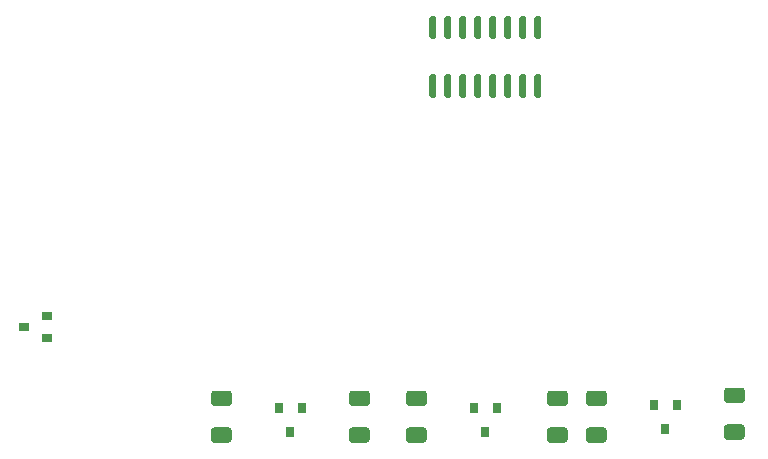
<source format=gbr>
G04 #@! TF.GenerationSoftware,KiCad,Pcbnew,5.1.8*
G04 #@! TF.CreationDate,2021-01-05T23:40:21+00:00*
G04 #@! TF.ProjectId,TheSun2,54686553-756e-4322-9e6b-696361645f70,1.0.8*
G04 #@! TF.SameCoordinates,Original*
G04 #@! TF.FileFunction,Paste,Top*
G04 #@! TF.FilePolarity,Positive*
%FSLAX46Y46*%
G04 Gerber Fmt 4.6, Leading zero omitted, Abs format (unit mm)*
G04 Created by KiCad (PCBNEW 5.1.8) date 2021-01-05 23:40:21*
%MOMM*%
%LPD*%
G01*
G04 APERTURE LIST*
%ADD10R,0.800000X0.900000*%
%ADD11R,0.900000X0.800000*%
G04 APERTURE END LIST*
D10*
X199930000Y-75454000D03*
X198980000Y-73454000D03*
X200880000Y-73454000D03*
G36*
G01*
X193463000Y-75100000D02*
X194713000Y-75100000D01*
G75*
G02*
X194963000Y-75350000I0J-250000D01*
G01*
X194963000Y-76150000D01*
G75*
G02*
X194713000Y-76400000I-250000J0D01*
G01*
X193463000Y-76400000D01*
G75*
G02*
X193213000Y-76150000I0J250000D01*
G01*
X193213000Y-75350000D01*
G75*
G02*
X193463000Y-75100000I250000J0D01*
G01*
G37*
G36*
G01*
X193463000Y-72000000D02*
X194713000Y-72000000D01*
G75*
G02*
X194963000Y-72250000I0J-250000D01*
G01*
X194963000Y-73050000D01*
G75*
G02*
X194713000Y-73300000I-250000J0D01*
G01*
X193463000Y-73300000D01*
G75*
G02*
X193213000Y-73050000I0J250000D01*
G01*
X193213000Y-72250000D01*
G75*
G02*
X193463000Y-72000000I250000J0D01*
G01*
G37*
G36*
G01*
X206397000Y-73300000D02*
X205147000Y-73300000D01*
G75*
G02*
X204897000Y-73050000I0J250000D01*
G01*
X204897000Y-72250000D01*
G75*
G02*
X205147000Y-72000000I250000J0D01*
G01*
X206397000Y-72000000D01*
G75*
G02*
X206647000Y-72250000I0J-250000D01*
G01*
X206647000Y-73050000D01*
G75*
G02*
X206397000Y-73300000I-250000J0D01*
G01*
G37*
G36*
G01*
X206397000Y-76400000D02*
X205147000Y-76400000D01*
G75*
G02*
X204897000Y-76150000I0J250000D01*
G01*
X204897000Y-75350000D01*
G75*
G02*
X205147000Y-75100000I250000J0D01*
G01*
X206397000Y-75100000D01*
G75*
G02*
X206647000Y-75350000I0J-250000D01*
G01*
X206647000Y-76150000D01*
G75*
G02*
X206397000Y-76400000I-250000J0D01*
G01*
G37*
G36*
G01*
X220735000Y-45220000D02*
X221035000Y-45220000D01*
G75*
G02*
X221185000Y-45370000I0J-150000D01*
G01*
X221185000Y-47020000D01*
G75*
G02*
X221035000Y-47170000I-150000J0D01*
G01*
X220735000Y-47170000D01*
G75*
G02*
X220585000Y-47020000I0J150000D01*
G01*
X220585000Y-45370000D01*
G75*
G02*
X220735000Y-45220000I150000J0D01*
G01*
G37*
G36*
G01*
X219465000Y-45220000D02*
X219765000Y-45220000D01*
G75*
G02*
X219915000Y-45370000I0J-150000D01*
G01*
X219915000Y-47020000D01*
G75*
G02*
X219765000Y-47170000I-150000J0D01*
G01*
X219465000Y-47170000D01*
G75*
G02*
X219315000Y-47020000I0J150000D01*
G01*
X219315000Y-45370000D01*
G75*
G02*
X219465000Y-45220000I150000J0D01*
G01*
G37*
G36*
G01*
X218195000Y-45220000D02*
X218495000Y-45220000D01*
G75*
G02*
X218645000Y-45370000I0J-150000D01*
G01*
X218645000Y-47020000D01*
G75*
G02*
X218495000Y-47170000I-150000J0D01*
G01*
X218195000Y-47170000D01*
G75*
G02*
X218045000Y-47020000I0J150000D01*
G01*
X218045000Y-45370000D01*
G75*
G02*
X218195000Y-45220000I150000J0D01*
G01*
G37*
G36*
G01*
X216925000Y-45220000D02*
X217225000Y-45220000D01*
G75*
G02*
X217375000Y-45370000I0J-150000D01*
G01*
X217375000Y-47020000D01*
G75*
G02*
X217225000Y-47170000I-150000J0D01*
G01*
X216925000Y-47170000D01*
G75*
G02*
X216775000Y-47020000I0J150000D01*
G01*
X216775000Y-45370000D01*
G75*
G02*
X216925000Y-45220000I150000J0D01*
G01*
G37*
G36*
G01*
X215655000Y-45220000D02*
X215955000Y-45220000D01*
G75*
G02*
X216105000Y-45370000I0J-150000D01*
G01*
X216105000Y-47020000D01*
G75*
G02*
X215955000Y-47170000I-150000J0D01*
G01*
X215655000Y-47170000D01*
G75*
G02*
X215505000Y-47020000I0J150000D01*
G01*
X215505000Y-45370000D01*
G75*
G02*
X215655000Y-45220000I150000J0D01*
G01*
G37*
G36*
G01*
X214385000Y-45220000D02*
X214685000Y-45220000D01*
G75*
G02*
X214835000Y-45370000I0J-150000D01*
G01*
X214835000Y-47020000D01*
G75*
G02*
X214685000Y-47170000I-150000J0D01*
G01*
X214385000Y-47170000D01*
G75*
G02*
X214235000Y-47020000I0J150000D01*
G01*
X214235000Y-45370000D01*
G75*
G02*
X214385000Y-45220000I150000J0D01*
G01*
G37*
G36*
G01*
X213115000Y-45220000D02*
X213415000Y-45220000D01*
G75*
G02*
X213565000Y-45370000I0J-150000D01*
G01*
X213565000Y-47020000D01*
G75*
G02*
X213415000Y-47170000I-150000J0D01*
G01*
X213115000Y-47170000D01*
G75*
G02*
X212965000Y-47020000I0J150000D01*
G01*
X212965000Y-45370000D01*
G75*
G02*
X213115000Y-45220000I150000J0D01*
G01*
G37*
G36*
G01*
X211845000Y-45220000D02*
X212145000Y-45220000D01*
G75*
G02*
X212295000Y-45370000I0J-150000D01*
G01*
X212295000Y-47020000D01*
G75*
G02*
X212145000Y-47170000I-150000J0D01*
G01*
X211845000Y-47170000D01*
G75*
G02*
X211695000Y-47020000I0J150000D01*
G01*
X211695000Y-45370000D01*
G75*
G02*
X211845000Y-45220000I150000J0D01*
G01*
G37*
G36*
G01*
X211845000Y-40270000D02*
X212145000Y-40270000D01*
G75*
G02*
X212295000Y-40420000I0J-150000D01*
G01*
X212295000Y-42070000D01*
G75*
G02*
X212145000Y-42220000I-150000J0D01*
G01*
X211845000Y-42220000D01*
G75*
G02*
X211695000Y-42070000I0J150000D01*
G01*
X211695000Y-40420000D01*
G75*
G02*
X211845000Y-40270000I150000J0D01*
G01*
G37*
G36*
G01*
X213115000Y-40270000D02*
X213415000Y-40270000D01*
G75*
G02*
X213565000Y-40420000I0J-150000D01*
G01*
X213565000Y-42070000D01*
G75*
G02*
X213415000Y-42220000I-150000J0D01*
G01*
X213115000Y-42220000D01*
G75*
G02*
X212965000Y-42070000I0J150000D01*
G01*
X212965000Y-40420000D01*
G75*
G02*
X213115000Y-40270000I150000J0D01*
G01*
G37*
G36*
G01*
X214385000Y-40270000D02*
X214685000Y-40270000D01*
G75*
G02*
X214835000Y-40420000I0J-150000D01*
G01*
X214835000Y-42070000D01*
G75*
G02*
X214685000Y-42220000I-150000J0D01*
G01*
X214385000Y-42220000D01*
G75*
G02*
X214235000Y-42070000I0J150000D01*
G01*
X214235000Y-40420000D01*
G75*
G02*
X214385000Y-40270000I150000J0D01*
G01*
G37*
G36*
G01*
X215655000Y-40270000D02*
X215955000Y-40270000D01*
G75*
G02*
X216105000Y-40420000I0J-150000D01*
G01*
X216105000Y-42070000D01*
G75*
G02*
X215955000Y-42220000I-150000J0D01*
G01*
X215655000Y-42220000D01*
G75*
G02*
X215505000Y-42070000I0J150000D01*
G01*
X215505000Y-40420000D01*
G75*
G02*
X215655000Y-40270000I150000J0D01*
G01*
G37*
G36*
G01*
X216925000Y-40270000D02*
X217225000Y-40270000D01*
G75*
G02*
X217375000Y-40420000I0J-150000D01*
G01*
X217375000Y-42070000D01*
G75*
G02*
X217225000Y-42220000I-150000J0D01*
G01*
X216925000Y-42220000D01*
G75*
G02*
X216775000Y-42070000I0J150000D01*
G01*
X216775000Y-40420000D01*
G75*
G02*
X216925000Y-40270000I150000J0D01*
G01*
G37*
G36*
G01*
X218195000Y-40270000D02*
X218495000Y-40270000D01*
G75*
G02*
X218645000Y-40420000I0J-150000D01*
G01*
X218645000Y-42070000D01*
G75*
G02*
X218495000Y-42220000I-150000J0D01*
G01*
X218195000Y-42220000D01*
G75*
G02*
X218045000Y-42070000I0J150000D01*
G01*
X218045000Y-40420000D01*
G75*
G02*
X218195000Y-40270000I150000J0D01*
G01*
G37*
G36*
G01*
X219465000Y-40270000D02*
X219765000Y-40270000D01*
G75*
G02*
X219915000Y-40420000I0J-150000D01*
G01*
X219915000Y-42070000D01*
G75*
G02*
X219765000Y-42220000I-150000J0D01*
G01*
X219465000Y-42220000D01*
G75*
G02*
X219315000Y-42070000I0J150000D01*
G01*
X219315000Y-40420000D01*
G75*
G02*
X219465000Y-40270000I150000J0D01*
G01*
G37*
G36*
G01*
X220735000Y-40270000D02*
X221035000Y-40270000D01*
G75*
G02*
X221185000Y-40420000I0J-150000D01*
G01*
X221185000Y-42070000D01*
G75*
G02*
X221035000Y-42220000I-150000J0D01*
G01*
X220735000Y-42220000D01*
G75*
G02*
X220585000Y-42070000I0J150000D01*
G01*
X220585000Y-40420000D01*
G75*
G02*
X220735000Y-40270000I150000J0D01*
G01*
G37*
G36*
G01*
X223161000Y-73300000D02*
X221911000Y-73300000D01*
G75*
G02*
X221661000Y-73050000I0J250000D01*
G01*
X221661000Y-72250000D01*
G75*
G02*
X221911000Y-72000000I250000J0D01*
G01*
X223161000Y-72000000D01*
G75*
G02*
X223411000Y-72250000I0J-250000D01*
G01*
X223411000Y-73050000D01*
G75*
G02*
X223161000Y-73300000I-250000J0D01*
G01*
G37*
G36*
G01*
X223161000Y-76400000D02*
X221911000Y-76400000D01*
G75*
G02*
X221661000Y-76150000I0J250000D01*
G01*
X221661000Y-75350000D01*
G75*
G02*
X221911000Y-75100000I250000J0D01*
G01*
X223161000Y-75100000D01*
G75*
G02*
X223411000Y-75350000I0J-250000D01*
G01*
X223411000Y-76150000D01*
G75*
G02*
X223161000Y-76400000I-250000J0D01*
G01*
G37*
G36*
G01*
X238147000Y-73046000D02*
X236897000Y-73046000D01*
G75*
G02*
X236647000Y-72796000I0J250000D01*
G01*
X236647000Y-71996000D01*
G75*
G02*
X236897000Y-71746000I250000J0D01*
G01*
X238147000Y-71746000D01*
G75*
G02*
X238397000Y-71996000I0J-250000D01*
G01*
X238397000Y-72796000D01*
G75*
G02*
X238147000Y-73046000I-250000J0D01*
G01*
G37*
G36*
G01*
X238147000Y-76146000D02*
X236897000Y-76146000D01*
G75*
G02*
X236647000Y-75896000I0J250000D01*
G01*
X236647000Y-75096000D01*
G75*
G02*
X236897000Y-74846000I250000J0D01*
G01*
X238147000Y-74846000D01*
G75*
G02*
X238397000Y-75096000I0J-250000D01*
G01*
X238397000Y-75896000D01*
G75*
G02*
X238147000Y-76146000I-250000J0D01*
G01*
G37*
G36*
G01*
X209973000Y-75100000D02*
X211223000Y-75100000D01*
G75*
G02*
X211473000Y-75350000I0J-250000D01*
G01*
X211473000Y-76150000D01*
G75*
G02*
X211223000Y-76400000I-250000J0D01*
G01*
X209973000Y-76400000D01*
G75*
G02*
X209723000Y-76150000I0J250000D01*
G01*
X209723000Y-75350000D01*
G75*
G02*
X209973000Y-75100000I250000J0D01*
G01*
G37*
G36*
G01*
X209973000Y-72000000D02*
X211223000Y-72000000D01*
G75*
G02*
X211473000Y-72250000I0J-250000D01*
G01*
X211473000Y-73050000D01*
G75*
G02*
X211223000Y-73300000I-250000J0D01*
G01*
X209973000Y-73300000D01*
G75*
G02*
X209723000Y-73050000I0J250000D01*
G01*
X209723000Y-72250000D01*
G75*
G02*
X209973000Y-72000000I250000J0D01*
G01*
G37*
G36*
G01*
X225213000Y-75100000D02*
X226463000Y-75100000D01*
G75*
G02*
X226713000Y-75350000I0J-250000D01*
G01*
X226713000Y-76150000D01*
G75*
G02*
X226463000Y-76400000I-250000J0D01*
G01*
X225213000Y-76400000D01*
G75*
G02*
X224963000Y-76150000I0J250000D01*
G01*
X224963000Y-75350000D01*
G75*
G02*
X225213000Y-75100000I250000J0D01*
G01*
G37*
G36*
G01*
X225213000Y-72000000D02*
X226463000Y-72000000D01*
G75*
G02*
X226713000Y-72250000I0J-250000D01*
G01*
X226713000Y-73050000D01*
G75*
G02*
X226463000Y-73300000I-250000J0D01*
G01*
X225213000Y-73300000D01*
G75*
G02*
X224963000Y-73050000I0J250000D01*
G01*
X224963000Y-72250000D01*
G75*
G02*
X225213000Y-72000000I250000J0D01*
G01*
G37*
D11*
X177340000Y-66580000D03*
X179340000Y-65630000D03*
X179340000Y-67530000D03*
D10*
X216440000Y-75454000D03*
X215490000Y-73454000D03*
X217390000Y-73454000D03*
X231680000Y-75200000D03*
X230730000Y-73200000D03*
X232630000Y-73200000D03*
M02*

</source>
